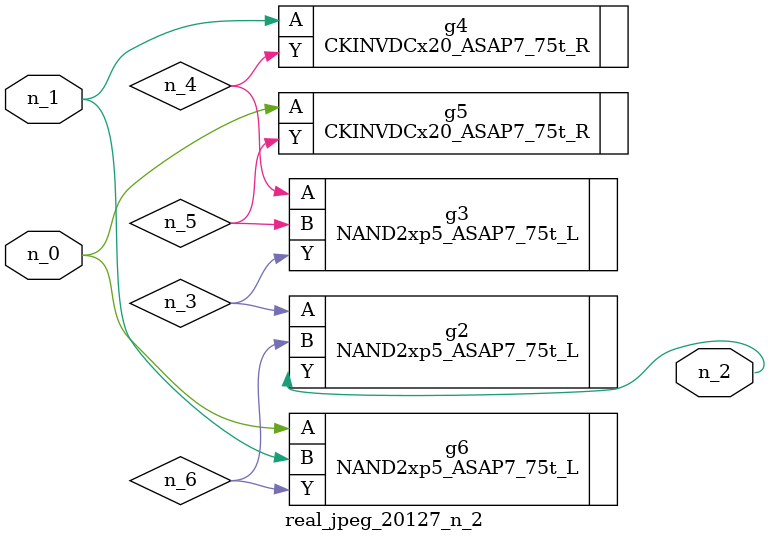
<source format=v>
module real_jpeg_20127_n_2 (n_1, n_0, n_2);

input n_1;
input n_0;

output n_2;

wire n_5;
wire n_4;
wire n_6;
wire n_3;

CKINVDCx20_ASAP7_75t_R g5 ( 
.A(n_0),
.Y(n_5)
);

NAND2xp5_ASAP7_75t_L g6 ( 
.A(n_0),
.B(n_1),
.Y(n_6)
);

CKINVDCx20_ASAP7_75t_R g4 ( 
.A(n_1),
.Y(n_4)
);

NAND2xp5_ASAP7_75t_L g2 ( 
.A(n_3),
.B(n_6),
.Y(n_2)
);

NAND2xp5_ASAP7_75t_L g3 ( 
.A(n_4),
.B(n_5),
.Y(n_3)
);


endmodule
</source>
